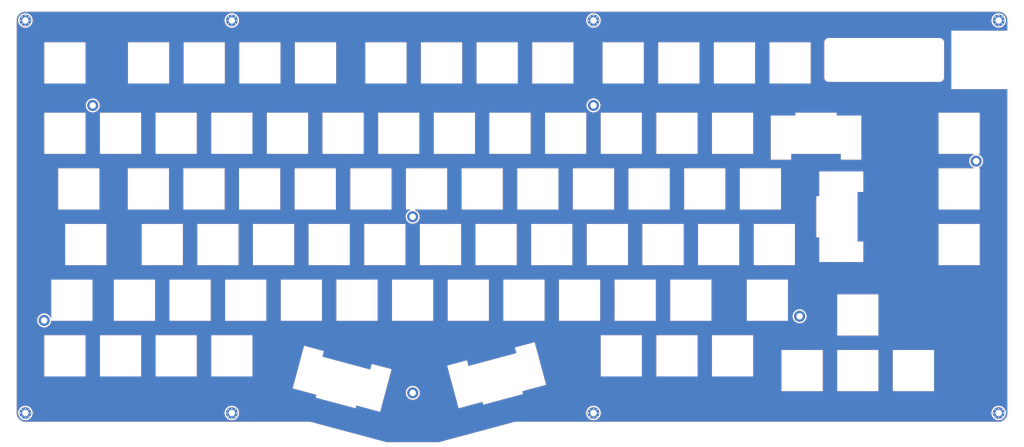
<source format=kicad_pcb>
(kicad_pcb (version 20221018) (generator pcbnew)
  (layers (0 "F.Cu" signal) (31 "B.Cu" signal) (34 "B.Paste" user) (35 "F.Paste" user) (36 "B.SilkS" user "B.Silkscreen") (37 "F.SilkS" user "F.Silkscreen") (38 "B.Mask" user) (39 "F.Mask" user) (44 "Edge.Cuts" user))
  (net 0 "")
  (net 1 "GND")
  (footprint "Keyboard:MountingHole_2.2mm_M2_Pad_Via" (layer "F.Cu") (at 239.5 57.57)
    (fp_text reference "MountBaseTop6" hide)
    (fp_text value "MountingHoleBaseTop1")
    (pad "1" thru_hole circle (at -1.65 0) (size 0.7 0.7) (drill 0.4) (layers "*.Cu" "*.Mask"))
    (pad "1" thru_hole circle (at -1.166726 -1.166726) (size 0.7 0.7) (drill 0.4) (layers "*.Cu" "*.Mask"))
    (pad "1" thru_hole circle (at -1.166726 1.166726) (size 0.7 0.7) (drill 0.4) (layers "*.Cu" "*.Mask"))
    (pad "1" thru_hole circle (at 0 -1.65) (size 0.7 0.7) (drill 0.4) (layers "*.Cu" "*.Mask"))
    (pad "1" thru_hole circle (at 0 0) (size 4 4) (drill 2.2) (layers "*.Cu" "*.Mask"))
    (pad "1" thru_hole circle (at 0 1.65) (size 0.7 0.7) (drill 0.4) (layers "*.Cu" "*.Mask"))
    (pad "1" thru_hole circle (at 1.166726 -1.166726) (size 0.7 0.7) (drill 0.4) (layers "*.Cu" "*.Mask"))
    (pad "1" thru_hole circle (at 1.166726 1.166726) (size 0.7 0.7) (drill 0.4) (layers "*.Cu" "*.Mask"))
    (pad "1" thru_hole circle (at 1.65 0) (size 0.7 0.7) (drill 0.4) (layers "*.Cu" "*.Mask"))
  )
  (footprint "Keyboard:MountingHole_2.2mm_M2_Pad_Via" (layer "F.Cu") (at 115.675 57.57)
    (fp_text reference "MountBaseTop4" hide)
    (fp_text value "MountingHoleBaseTop1")
    (pad "1" thru_hole circle (at -1.65 0) (size 0.7 0.7) (drill 0.4) (layers "*.Cu" "*.Mask"))
    (pad "1" thru_hole circle (at -1.166726 -1.166726) (size 0.7 0.7) (drill 0.4) (layers "*.Cu" "*.Mask"))
    (pad "1" thru_hole circle (at -1.166726 1.166726) (size 0.7 0.7) (drill 0.4) (layers "*.Cu" "*.Mask"))
    (pad "1" thru_hole circle (at 0 -1.65) (size 0.7 0.7) (drill 0.4) (layers "*.Cu" "*.Mask"))
    (pad "1" thru_hole circle (at 0 0) (size 4 4) (drill 2.2) (layers "*.Cu" "*.Mask"))
    (pad "1" thru_hole circle (at 0 1.65) (size 0.7 0.7) (drill 0.4) (layers "*.Cu" "*.Mask"))
    (pad "1" thru_hole circle (at 1.166726 -1.166726) (size 0.7 0.7) (drill 0.4) (layers "*.Cu" "*.Mask"))
    (pad "1" thru_hole circle (at 1.166726 1.166726) (size 0.7 0.7) (drill 0.4) (layers "*.Cu" "*.Mask"))
    (pad "1" thru_hole circle (at 1.65 0) (size 0.7 0.7) (drill 0.4) (layers "*.Cu" "*.Mask"))
  )
  (footprint "Keyboard:MountingHole_2.2mm_M2_Pad" (layer "F.Cu") (at 177.59 124.78)
    (fp_text reference "MountTopMiddle4")
    (fp_text value "MountTopMiddle")
    (pad "1" thru_hole circle (at 0 0) (size 3.8 3.8) (drill 2.2) (layers "*.Cu" "*.Mask"))
  )
  (footprint "Keyboard:MountingHole_2.2mm_M2_Pad" (layer "F.Cu") (at 68.05 86.67)
    (fp_text reference "MountTopMiddle2")
    (fp_text value "MountTopMiddle")
    (pad "1" thru_hole circle (at 0 0) (size 3.8 3.8) (drill 2.2) (layers "*.Cu" "*.Mask"))
  )
  (footprint "Keyboard:MountingHole_2.2mm_M2_Pad_Via" (layer "F.Cu") (at 378.225 191.97)
    (fp_text reference "MountBaseTop7" hide)
    (fp_text value "MountingHoleBaseTop1")
    (pad "1" thru_hole circle (at -1.65 0) (size 0.7 0.7) (drill 0.4) (layers "*.Cu" "*.Mask"))
    (pad "1" thru_hole circle (at -1.166726 -1.166726) (size 0.7 0.7) (drill 0.4) (layers "*.Cu" "*.Mask"))
    (pad "1" thru_hole circle (at -1.166726 1.166726) (size 0.7 0.7) (drill 0.4) (layers "*.Cu" "*.Mask"))
    (pad "1" thru_hole circle (at 0 -1.65) (size 0.7 0.7) (drill 0.4) (layers "*.Cu" "*.Mask"))
    (pad "1" thru_hole circle (at 0 0) (size 4 4) (drill 2.2) (layers "*.Cu" "*.Mask"))
    (pad "1" thru_hole circle (at 0 1.65) (size 0.7 0.7) (drill 0.4) (layers "*.Cu" "*.Mask"))
    (pad "1" thru_hole circle (at 1.166726 -1.166726) (size 0.7 0.7) (drill 0.4) (layers "*.Cu" "*.Mask"))
    (pad "1" thru_hole circle (at 1.166726 1.166726) (size 0.7 0.7) (drill 0.4) (layers "*.Cu" "*.Mask"))
    (pad "1" thru_hole circle (at 1.65 0) (size 0.7 0.7) (drill 0.4) (layers "*.Cu" "*.Mask"))
  )
  (footprint "Keyboard:MountingHole_2.2mm_M2_Pad" (layer "F.Cu") (at 310.06 158.86)
    (fp_text reference "MountTopMiddle5")
    (fp_text value "MountTopMiddle")
    (pad "1" thru_hole circle (at 0 0) (size 3.8 3.8) (drill 2.2) (layers "*.Cu" "*.Mask"))
  )
  (footprint "Keyboard:MountingHole_2.2mm_M2_Pad" (layer "F.Cu") (at 51.43 160.28)
    (fp_text reference "MountTopMiddle1")
    (fp_text value "MountTopMiddle")
    (pad "1" thru_hole circle (at 0 0) (size 3.8 3.8) (drill 2.2) (layers "*.Cu" "*.Mask"))
  )
  (footprint "Keyboard:MountingHole_2.2mm_M2_Pad" (layer "F.Cu") (at 177.62 185.07)
    (fp_text reference "MountTopMiddle3")
    (fp_text value "MountTopMiddle")
    (pad "1" thru_hole circle (at 0 0) (size 3.8 3.8) (drill 2.2) (layers "*.Cu" "*.Mask"))
  )
  (footprint "Keyboard:MountingHole_2.2mm_M2_Pad_Via" (layer "F.Cu") (at 115.675 191.97)
    (fp_text reference "MountBaseTop3" hide)
    (fp_text value "MountingHoleBaseTop1")
    (pad "1" thru_hole circle (at -1.65 0) (size 0.7 0.7) (drill 0.4) (layers "*.Cu" "*.Mask"))
    (pad "1" thru_hole circle (at -1.166726 -1.166726) (size 0.7 0.7) (drill 0.4) (layers "*.Cu" "*.Mask"))
    (pad "1" thru_hole circle (at -1.166726 1.166726) (size 0.7 0.7) (drill 0.4) (layers "*.Cu" "*.Mask"))
    (pad "1" thru_hole circle (at 0 -1.65) (size 0.7 0.7) (drill 0.4) (layers "*.Cu" "*.Mask"))
    (pad "1" thru_hole circle (at 0 0) (size 4 4) (drill 2.2) (layers "*.Cu" "*.Mask"))
    (pad "1" thru_hole circle (at 0 1.65) (size 0.7 0.7) (drill 0.4) (layers "*.Cu" "*.Mask"))
    (pad "1" thru_hole circle (at 1.166726 -1.166726) (size 0.7 0.7) (drill 0.4) (layers "*.Cu" "*.Mask"))
    (pad "1" thru_hole circle (at 1.166726 1.166726) (size 0.7 0.7) (drill 0.4) (layers "*.Cu" "*.Mask"))
    (pad "1" thru_hole circle (at 1.65 0) (size 0.7 0.7) (drill 0.4) (layers "*.Cu" "*.Mask"))
  )
  (footprint "Keyboard:MountingHole_2.2mm_M2_Pad_Via" (layer "F.Cu") (at 45 57.57)
    (fp_text reference "MountBaseTop2" hide)
    (fp_text value "MountingHoleBaseTop1")
    (pad "1" thru_hole circle (at -1.65 0) (size 0.7 0.7) (drill 0.4) (layers "*.Cu" "*.Mask"))
    (pad "1" thru_hole circle (at -1.166726 -1.166726) (size 0.7 0.7) (drill 0.4) (layers "*.Cu" "*.Mask"))
    (pad "1" thru_hole circle (at -1.166726 1.166726) (size 0.7 0.7) (drill 0.4) (layers "*.Cu" "*.Mask"))
    (pad "1" thru_hole circle (at 0 -1.65) (size 0.7 0.7) (drill 0.4) (layers "*.Cu" "*.Mask"))
    (pad "1" thru_hole circle (at 0 0) (size 4 4) (drill 2.2) (layers "*.Cu" "*.Mask"))
    (pad "1" thru_hole circle (at 0 1.65) (size 0.7 0.7) (drill 0.4) (layers "*.Cu" "*.Mask"))
    (pad "1" thru_hole circle (at 1.166726 -1.166726) (size 0.7 0.7) (drill 0.4) (layers "*.Cu" "*.Mask"))
    (pad "1" thru_hole circle (at 1.166726 1.166726) (size 0.7 0.7) (drill 0.4) (layers "*.Cu" "*.Mask"))
    (pad "1" thru_hole circle (at 1.65 0) (size 0.7 0.7) (drill 0.4) (layers "*.Cu" "*.Mask"))
  )
  (footprint "Keyboard:MountingHole_2.2mm_M2_Pad_Via" (layer "F.Cu") (at 378.225 57.57)
    (fp_text reference "MountBaseTop8" hide)
    (fp_text value "MountingHoleBaseTop1")
    (pad "1" thru_hole circle (at -1.65 0) (size 0.7 0.7) (drill 0.4) (layers "*.Cu" "*.Mask"))
    (pad "1" thru_hole circle (at -1.166726 -1.166726) (size 0.7 0.7) (drill 0.4) (layers "*.Cu" "*.Mask"))
    (pad "1" thru_hole circle (at -1.166726 1.166726) (size 0.7 0.7) (drill 0.4) (layers "*.Cu" "*.Mask"))
    (pad "1" thru_hole circle (at 0 -1.65) (size 0.7 0.7) (drill 0.4) (layers "*.Cu" "*.Mask"))
    (pad "1" thru_hole circle (at 0 0) (size 4 4) (drill 2.2) (layers "*.Cu" "*.Mask"))
    (pad "1" thru_hole circle (at 0 1.65) (size 0.7 0.7) (drill 0.4) (layers "*.Cu" "*.Mask"))
    (pad "1" thru_hole circle (at 1.166726 -1.166726) (size 0.7 0.7) (drill 0.4) (layers "*.Cu" "*.Mask"))
    (pad "1" thru_hole circle (at 1.166726 1.166726) (size 0.7 0.7) (drill 0.4) (layers "*.Cu" "*.Mask"))
    (pad "1" thru_hole circle (at 1.65 0) (size 0.7 0.7) (drill 0.4) (layers "*.Cu" "*.Mask"))
  )
  (footprint "Keyboard:MountingHole_2.2mm_M2_Pad_Via" (layer "F.Cu") (at 45 191.97)
    (fp_text reference "MountBaseTop1" hide)
    (fp_text value "MountingHoleBaseTop1")
    (pad "1" thru_hole circle (at -1.65 0) (size 0.7 0.7) (drill 0.4) (layers "*.Cu" "*.Mask"))
    (pad "1" thru_hole circle (at -1.166726 -1.166726) (size 0.7 0.7) (drill 0.4) (layers "*.Cu" "*.Mask"))
    (pad "1" thru_hole circle (at -1.166726 1.166726) (size 0.7 0.7) (drill 0.4) (layers "*.Cu" "*.Mask"))
    (pad "1" thru_hole circle (at 0 -1.65) (size 0.7 0.7) (drill 0.4) (layers "*.Cu" "*.Mask"))
    (pad "1" thru_hole circle (at 0 0) (size 4 4) (drill 2.2) (layers "*.Cu" "*.Mask"))
    (pad "1" thru_hole circle (at 0 1.65) (size 0.7 0.7) (drill 0.4) (layers "*.Cu" "*.Mask"))
    (pad "1" thru_hole circle (at 1.166726 -1.166726) (size 0.7 0.7) (drill 0.4) (layers "*.Cu" "*.Mask"))
    (pad "1" thru_hole circle (at 1.166726 1.166726) (size 0.7 0.7) (drill 0.4) (layers "*.Cu" "*.Mask"))
    (pad "1" thru_hole circle (at 1.65 0) (size 0.7 0.7) (drill 0.4) (layers "*.Cu" "*.Mask"))
  )
  (footprint "Keyboard:MountingHole_2.2mm_M2_Pad" (layer "F.Cu") (at 370.53 105.74)
    (fp_text reference "MountTopMiddle7")
    (fp_text value "MountTopMiddle")
    (pad "1" thru_hole circle (at 0 0) (size 3.8 3.8) (drill 2.2) (layers "*.Cu" "*.Mask"))
  )
  (footprint "Keyboard:MountingHole_2.2mm_M2_Pad" (layer "F.Cu") (at 239.5 86.67)
    (fp_text reference "MountTopMiddle6")
    (fp_text value "MountTopMiddle")
    (pad "1" thru_hole circle (at 0 0) (size 3.8 3.8) (drill 2.2) (layers "*.Cu" "*.Mask"))
  )
  (footprint "Keyboard:MountingHole_2.2mm_M2_Pad_Via" (layer "F.Cu") (at 239.5 191.97)
    (fp_text reference "MountBaseTop5" hide)
    (fp_text value "MountingHoleBaseTop1")
    (pad "1" thru_hole circle (at -1.65 0) (size 0.7 0.7) (drill 0.4) (layers "*.Cu" "*.Mask"))
    (pad "1" thru_hole circle (at -1.166726 -1.166726) (size 0.7 0.7) (drill 0.4) (layers "*.Cu" "*.Mask"))
    (pad "1" thru_hole circle (at -1.166726 1.166726) (size 0.7 0.7) (drill 0.4) (layers "*.Cu" "*.Mask"))
    (pad "1" thru_hole circle (at 0 -1.65) (size 0.7 0.7) (drill 0.4) (layers "*.Cu" "*.Mask"))
    (pad "1" thru_hole circle (at 0 0) (size 4 4) (drill 2.2) (layers "*.Cu" "*.Mask"))
    (pad "1" thru_hole circle (at 0 1.65) (size 0.7 0.7) (drill 0.4) (layers "*.Cu" "*.Mask"))
    (pad "1" thru_hole circle (at 1.166726 -1.166726) (size 0.7 0.7) (drill 0.4) (layers "*.Cu" "*.Mask"))
    (pad "1" thru_hole circle (at 1.166726 1.166726) (size 0.7 0.7) (drill 0.4) (layers "*.Cu" "*.Mask"))
    (pad "1" thru_hole circle (at 1.65 0) (size 0.7 0.7) (drill 0.4) (layers "*.Cu" "*.Mask"))
  )
  (gr_line (start 108.43875 160.4) (end 94.33875 160.4) (stroke (width 0.05)) (layer "Edge.Cuts"))
  (gr_line (start 261.02625 165.35) (end 275.12625 165.35) (stroke (width 0.05)) (layer "Edge.Cuts"))
  (gr_line (start 315.78935 131.8265) (end 316.78935 131.8265) (stroke (width 0.05)) (layer "Edge.Cuts"))
  (gr_line (start 213.111483 171.480291) (end 212.593845 169.54844) (stroke (width 0.05)) (layer "Edge.Cuts"))
  (gr_line (start 141.77625 89.15) (end 141.77625 103.25) (stroke (width 0.05)) (layer "Edge.Cuts"))
  (gr_line (start 294.36375 141.35) (end 294.36375 127.25) (stroke (width 0.05)) (layer "Edge.Cuts"))
  (gr_line (start 291.9825 160.4) (end 291.9825 146.3) (stroke (width 0.05)) (layer "Edge.Cuts"))
  (gr_line (start 65.57625 65.05) (end 65.57625 79.15) (stroke (width 0.05)) (layer "Edge.Cuts"))
  (gr_line (start 357.65125 141.35) (end 357.65125 127.25) (stroke (width 0.05)) (layer "Edge.Cuts"))
  (gr_line (start 189.40125 108.2) (end 189.40125 122.3) (stroke (width 0.05)) (layer "Edge.Cuts"))
  (gr_line (start 132.43875 160.4) (end 132.43875 146.3) (stroke (width 0.05)) (layer "Edge.Cuts"))
  (gr_line (start 189.58875 146.3) (end 203.68875 146.3) (stroke (width 0.05)) (layer "Edge.Cuts"))
  (gr_line (start 208.45125 122.3) (end 194.35125 122.3) (stroke (width 0.05)) (layer "Edge.Cuts"))
  (gr_line (start 108.62625 89.15) (end 122.72625 89.15) (stroke (width 0.05)) (layer "Edge.Cuts"))
  (gr_line (start 189.411625 175.760097) (end 193.319793 190.345577) (stroke (width 0.05)) (layer "Edge.Cuts"))
  (gr_line (start 98.91375 127.25) (end 98.91375 141.35) (stroke (width 0.05)) (layer "Edge.Cuts"))
  (gr_line (start 359.525 65.095) (end 359.525 77.095) (stroke (width 0.05)) (layer "Edge.Cuts"))
  (gr_line (start 94.22625 79.15) (end 80.12625 79.15) (stroke (width 0.05)) (layer "Edge.Cuts"))
  (gr_line (start 80.05125 108.2) (end 94.15125 108.2) (stroke (width 0.05)) (layer "Edge.Cuts"))
  (gr_line (start 337.03875 184.5) (end 322.93875 184.5) (stroke (width 0.05)) (layer "Edge.Cuts"))
  (gr_line (start 194.35125 108.2) (end 208.45125 108.2) (stroke (width 0.05)) (layer "Edge.Cuts"))
  (gr_circle (center 378.225 57.57) (end 379.325 57.57) (stroke (width 0.05)) (fill none) (layer "Edge.Cuts"))
  (gr_line (start 204.901114 173.680253) (end 213.111483 171.480291) (stroke (width 0.05)) (layer "Edge.Cuts"))
  (gr_line (start 203.87625 89.15) (end 217.97625 89.15) (stroke (width 0.05)) (layer "Edge.Cuts"))
  (gr_line (start 160.82625 89.15) (end 160.82625 103.25) (stroke (width 0.05)) (layer "Edge.Cuts"))
  (gr_line (start 137.27625 79.15) (end 137.27625 65.05) (stroke (width 0.05)) (layer "Edge.Cuts"))
  (gr_line (start 331.2 105.245) (end 331.2 90.145) (stroke (width 0.05)) (layer "Edge.Cuts"))
  (gr_line (start 299.77625 79.15) (end 299.77625 65.05) (stroke (width 0.05)) (layer "Edge.Cuts"))
  (gr_line (start 322.75 90.145) (end 331.2 90.145) (stroke (width 0.05)) (layer "Edge.Cuts"))
  (gr_line (start 303.70125 122.3) (end 289.60125 122.3) (stroke (width 0.05)) (layer "Edge.Cuts"))
  (gr_line (start 196.173106 173.948363) (end 196.690744 175.880215) (stroke (width 0.05)) (layer "Edge.Cuts"))
  (gr_line (start 371.75125 122.3) (end 357.65125 122.3) (stroke (width 0.05)) (layer "Edge.Cuts"))
  (gr_line (start 329.88935 124.7765) (end 329.88935 116.2765) (stroke (width 0.05)) (layer "Edge.Cuts"))
  (gr_line (start 175.30125 108.2) (end 189.40125 108.2) (stroke (width 0.05)) (layer "Edge.Cuts"))
  (gr_line (start 337.03875 165.45) (end 322.93875 165.45) (stroke (width 0.05)) (layer "Edge.Cuts"))
  (gr_line (start 142.505203 194.97) (end 168.62924 201.969915) (stroke (width 0.05)) (layer "Edge.Cuts"))
  (gr_line (start 308.65 89.145) (end 322.75 89.145) (stroke (width 0.05)) (layer "Edge.Cuts"))
  (gr_line (start 151.48875 160.4) (end 151.48875 146.3) (stroke (width 0.05)) (layer "Edge.Cuts"))
  (gr_line (start 99.10125 122.3) (end 99.10125 108.2) (stroke (width 0.05)) (layer "Edge.Cuts"))
  (gr_line (start 180.42625 65.05) (end 194.52625 65.05) (stroke (width 0.05)) (layer "Edge.Cuts"))
  (gr_line (start 194.52625 79.15) (end 180.42625 79.15) (stroke (width 0.05)) (layer "Edge.Cuts"))
  (gr_line (start 303.88875 184.5) (end 303.88875 170.4) (stroke (width 0.05)) (layer "Edge.Cuts"))
  (gr_line (start 300.2 90.145) (end 308.65 90.145) (stroke (width 0.05)) (layer "Edge.Cuts"))
  (gr_line (start 146.72625 103.25) (end 146.72625 89.15) (stroke (width 0.05)) (layer "Edge.Cuts"))
  (gr_line (start 294.36375 127.25) (end 308.46375 127.25) (stroke (width 0.05)) (layer "Edge.Cuts"))
  (gr_line (start 213.57625 79.15) (end 199.47625 79.15) (stroke (width 0.05)) (layer "Edge.Cuts"))
  (gr_line (start 218.16375 127.25) (end 232.26375 127.25) (stroke (width 0.05)) (layer "Edge.Cuts"))
  (gr_line (start 175.47625 79.15) (end 161.37625 79.15) (stroke (width 0.05)) (layer "Edge.Cuts"))
  (gr_line (start 237.21375 127.25) (end 251.31375 127.25) (stroke (width 0.05)) (layer "Edge.Cuts"))
  (gr_line (start 122.73125 165.35) (end 122.73125 179.45) (stroke (width 0.05)) (layer "Edge.Cuts"))
  (gr_line (start 208.45125 108.2) (end 208.45125 122.3) (stroke (width 0.05)) (layer "Edge.Cuts"))
  (gr_line (start 99.17625 65.05) (end 113.27625 65.05) (stroke (width 0.05)) (layer "Edge.Cuts"))
  (gr_line (start 294.17625 179.45) (end 280.07625 179.45) (stroke (width 0.05)) (layer "Edge.Cuts"))
  (gr_line (start 51.47625 179.45) (end 51.47625 165.35) (stroke (width 0.05)) (layer "Edge.Cuts"))
  (gr_line (start 80.05125 122.3) (end 80.05125 108.2) (stroke (width 0.05)) (layer "Edge.Cuts"))
  (gr_line (start 275.12625 103.25) (end 261.02625 103.25) (stroke (width 0.05)) (layer "Edge.Cuts"))
  (gr_line (start 108.62625 103.25) (end 108.62625 89.15) (stroke (width 0.05)) (layer "Edge.Cuts"))
  (gr_line (start 199.47625 65.05) (end 213.57625 65.05) (stroke (width 0.05)) (layer "Edge.Cuts"))
  (gr_line (start 118.15125 108.2) (end 132.25125 108.2) (stroke (width 0.05)) (layer "Edge.Cuts"))
  (gr_line (start 103.68125 179.45) (end 89.58125 179.45) (stroke (width 0.05)) (layer "Edge.Cuts"))
  (gr_line (start 65.57625 179.45) (end 51.47625 179.45) (stroke (width 0.05)) (layer "Edge.Cuts"))
  (gr_line (start 175.47625 65.05) (end 175.47625 79.15) (stroke (width 0.05)) (layer "Edge.Cuts"))
  (gr_line (start 84.62625 103.25) (end 70.52625 103.25) (stroke (width 0.05)) (layer "Edge.Cuts"))
  (gr_line (start 103.68125 165.35) (end 103.68125 179.45) (stroke (width 0.05)) (layer "Edge.Cuts"))
  (gr_line (start 306.0825 160.4) (end 291.9825 160.4) (stroke (width 0.05)) (layer "Edge.Cuts"))
  (gr_line (start 284.65125 122.3) (end 270.55125 122.3) (stroke (width 0.05)) (layer "Edge.Cuts"))
  (gr_line (start 163.602115 175.180988) (end 170.363596 176.992722) (stroke (width 0.05)) (layer "Edge.Cuts"))
  (gr_line (start 194.35125 122.3) (end 194.35125 108.2) (stroke (width 0.05)) (layer "Edge.Cuts"))
  (gr_line (start 127.48875 146.3) (end 127.48875 160.4) (stroke (width 0.05)) (layer "Edge.Cuts"))
  (gr_line (start 324.2 105.245) (end 324.2 103.245) (stroke (width 0.05)) (layer "Edge.Cuts"))
  (gr_line (start 208.63875 160.4) (end 208.63875 146.3) (stroke (width 0.05)) (layer "Edge.Cuts"))
  (gr_line (start 170.53875 146.3) (end 184.63875 146.3) (stroke (width 0.05)) (layer "Edge.Cuts"))
  (gr_line (start 80.12625 65.05) (end 94.22625 65.05) (stroke (width 0.05)) (layer "Edge.Cuts"))
  (gr_line (start 165.77625 89.15) (end 179.87625 89.15) (stroke (width 0.05)) (layer "Edge.Cuts"))
  (gr_line (start 194.16375 127.25) (end 194.16375 141.35) (stroke (width 0.05)) (layer "Edge.Cuts"))
  (gr_line (start 122.72625 103.25) (end 108.62625 103.25) (stroke (width 0.05)) (layer "Edge.Cuts"))
  (gr_line (start 146.72625 89.15) (end 160.82625 89.15) (stroke (width 0.05)) (layer "Edge.Cuts"))
  (gr_line (start 256.26375 127.25) (end 270.36375 127.25) (stroke (width 0.05)) (layer "Edge.Cuts"))
  (gr_line (start 371.75125 141.35) (end 357.65125 141.35) (stroke (width 0.05)) (layer "Edge.Cuts"))
  (gr_line (start 232.62625 65.05) (end 232.62625 79.15) (stroke (width 0.05)) (layer "Edge.Cuts"))
  (gr_line (start 289.60125 108.2) (end 303.70125 108.2) (stroke (width 0.05)) (layer "Edge.Cuts"))
  (gr_circle (center 115.675 57.57) (end 116.775 57.57) (stroke (width 0.05)) (fill none) (layer "Edge.Cuts"))
  (gr_line (start 241.97625 89.15) (end 256.07625 89.15) (stroke (width 0.05)) (layer "Edge.Cuts"))
  (gr_arc (start 42 57.57) (mid 42.878679 55.448679) (end 45 54.57) (stroke (width 0.05)) (layer "Edge.Cuts"))
  (gr_line (start 144.416276 186.702928) (end 144.673801 185.741832) (stroke (width 0.05)) (layer "Edge.Cuts"))
  (gr_line (start 58.62 127.25) (end 72.72 127.25) (stroke (width 0.05)) (layer "Edge.Cuts"))
  (gr_line (start 320.025 63.595) (end 358.025 63.595) (stroke (width 0.05)) (layer "Edge.Cuts"))
  (gr_line (start 329.88935 124.7765) (end 329.88935 133.2765) (stroke (width 0.05)) (layer "Edge.Cuts"))
  (gr_line (start 246.55125 108.2) (end 246.55125 122.3) (stroke (width 0.05)) (layer "Edge.Cuts"))
  (gr_line (start 237.02625 103.25) (end 222.92625 103.25) (stroke (width 0.05)) (layer "Edge.Cuts"))
  (gr_line (start 357.65125 127.25) (end 371.75125 127.25) (stroke (width 0.05)) (layer "Edge.Cuts"))
  (gr_line (start 65.57625 89.15) (end 65.57625 103.25) (stroke (width 0.05)) (layer "Edge.Cuts"))
  (gr_line (start 122.91375 141.35) (end 122.91375 127.25) (stroke (width 0.05)) (layer "Edge.Cuts"))
  (gr_line (start 184.63875 146.3) (end 184.63875 160.4) (stroke (width 0.05)) (layer "Edge.Cuts"))
  (gr_line (start 316.78935 140.2765) (end 316.78935 131.8265) (stroke (width 0.05)) (layer "Edge.Cuts"))
  (gr_line (start 357.65125 103.25) (end 357.65125 89.15) (stroke (width 0.05)) (layer "Edge.Cuts"))
  (gr_line (start 313.87625 79.15) (end 299.77625 79.15) (stroke (width 0.05)) (layer "Edge.Cuts"))
  (gr_arc (start 318.525 65.095) (mid 318.96434 64.03434) (end 320.025 63.595) (stroke (width 0.05)) (layer "Edge.Cuts"))
  (gr_line (start 175.30125 122.3) (end 175.30125 108.2) (stroke (width 0.05)) (layer "Edge.Cuts"))
  (gr_line (start 198.92625 103.25) (end 184.82625 103.25) (stroke (width 0.05)) (layer "Edge.Cuts"))
  (gr_line (start 170.35125 108.2) (end 170.35125 122.3) (stroke (width 0.05)) (layer "Edge.Cuts"))
  (gr_arc (start 320.025 78.595) (mid 318.96434 78.15566) (end 318.525 77.095) (stroke (width 0.05)) (layer "Edge.Cuts"))
  (gr_line (start 84.63125 165.35) (end 84.63125 179.45) (stroke (width 0.05)) (layer "Edge.Cuts"))
  (gr_line (start 184.63875 160.4) (end 170.53875 160.4) (stroke (width 0.05)) (layer "Edge.Cuts"))
  (gr_line (start 89.57625 89.15) (end 103.67625 89.15) (stroke (width 0.05)) (layer "Edge.Cuts"))
  (gr_line (start 227.50125 122.3) (end 213.40125 122.3) (stroke (width 0.05)) (layer "Edge.Cuts"))
  (gr_line (start 362.025 81.07) (end 381.225 81.07) (stroke (width 0.05)) (layer "Edge.Cuts"))
  (gr_arc (start 378.225 54.57) (mid 380.346321 55.448679) (end 381.225 57.57) (stroke (width 0.05)) (layer "Edge.Cuts"))
  (gr_line (start 280.07625 103.25) (end 280.07625 89.15) (stroke (width 0.05)) (layer "Edge.Cuts"))
  (gr_line (start 331.88935 116.2765) (end 331.88935 109.2765) (stroke (width 0.05)) (layer "Edge.Cuts"))
  (gr_line (start 270.36375 141.35) (end 256.26375 141.35) (stroke (width 0.05)) (layer "Edge.Cuts"))
  (gr_line (start 261.02625 89.15) (end 275.12625 89.15) (stroke (width 0.05)) (layer "Edge.Cuts"))
  (gr_line (start 179.87625 89.15) (end 179.87625 103.25) (stroke (width 0.05)) (layer "Edge.Cuts"))
  (gr_line (start 232.45125 108.2) (end 246.55125 108.2) (stroke (width 0.05)) (layer "Edge.Cuts"))
  (gr_line (start 122.91375 127.25) (end 137.01375 127.25) (stroke (width 0.05)) (layer "Edge.Cuts"))
  (gr_line (start 146.53875 146.3) (end 146.53875 160.4) (stroke (width 0.05)) (layer "Edge.Cuts"))
  (gr_line (start 108.63125 179.45) (end 108.63125 165.35) (stroke (width 0.05)) (layer "Edge.Cuts"))
  (gr_line (start 158.034536 190.357106) (end 158.293355 189.391181) (stroke (width 0.05)) (layer "Edge.Cuts"))
  (gr_line (start 371.75125 89.15) (end 371.75125 103.25) (stroke (width 0.05)) (layer "Edge.Cuts"))
  (gr_line (start 256.07625 89.15) (end 256.07625 103.25) (stroke (width 0.05)) (layer "Edge.Cuts"))
  (gr_line (start 357.65125 122.3) (end 357.65125 108.2) (stroke (width 0.05)) (layer "Edge.Cuts"))
  (gr_line (start 307.2 105.245) (end 300.2 105.245) (stroke (width 0.05)) (layer "Edge.Cuts"))
  (gr_line (start 303.88875 170.4) (end 317.98875 170.4) (stroke (width 0.05)) (layer "Edge.Cuts"))
  (gr_line (start 161.37625 79.15) (end 161.37625 65.05) (stroke (width 0.05)) (layer "Edge.Cuts"))
  (gr_line (start 371.75125 108.2) (end 371.75125 122.3) (stroke (width 0.05)) (layer "Edge.Cuts"))
  (gr_line (start 317.98875 170.4) (end 317.98875 184.5) (stroke (width 0.05)) (layer "Edge.Cuts"))
  (gr_arc (start 358.025 63.595) (mid 359.08566 64.03434) (end 359.525 65.095) (stroke (width 0.05)) (layer "Edge.Cuts"))
  (gr_line (start 42 191.97) (end 42 57.57) (stroke (width 0.05)) (layer "Edge.Cuts"))
  (gr_line (start 113.38875 146.3) (end 127.48875 146.3) (stroke (width 0.05)) (layer "Edge.Cuts"))
  (gr_line (start 222.73875 146.3) (end 222.73875 160.4) (stroke (width 0.05)) (layer "Edge.Cuts"))
  (gr_line (start 291.9825 146.3) (end 306.0825 146.3) (stroke (width 0.05)) (layer "Edge.Cuts"))
  (gr_line (start 132.32625 65.05) (end 132.32625 79.15) (stroke (width 0.05)) (layer "Edge.Cuts"))
  (gr_line (start 322.75 89.15) (end 322.75 90.145) (stroke (width 0.05)) (layer "Edge.Cuts"))
  (gr_line (start 103.86375 127.25) (end 117.96375 127.25) (stroke (width 0.05)) (layer "Edge.Cuts"))
  (gr_arc (start 45 194.97) (mid 42.878679 194.091321) (end 42 191.97) (stroke (width 0.05)) (layer "Edge.Cuts"))
  (gr_line (start 113.20125 108.2) (end 113.20125 122.3) (stroke (width 0.05)) (layer "Edge.Cuts"))
  (gr_line (start 212.593845 169.54844) (end 219.355326 167.736706) (stroke (width 0.05)) (layer "Edge.Cuts"))
  (gr_line (start 212.669797 194.97) (end 378.225 194.97) (stroke (width 0.05)) (layer "Edge.Cuts"))
  (gr_line (start 213.21375 141.35) (end 199.11375 141.35) (stroke (width 0.05)) (layer "Edge.Cuts"))
  (gr_line (start 237.21375 141.35) (end 237.21375 127.25) (stroke (width 0.05)) (layer "Edge.Cuts"))
  (gr_line (start 118.22625 65.05) (end 132.32625 65.05) (stroke (width 0.05)) (layer "Edge.Cuts"))
  (gr_line (start 108.63125 165.35) (end 122.73125 165.35) (stroke (width 0.05)) (layer "Edge.Cuts"))
  (gr_line (start 279.88875 160.4) (end 265.78875 160.4) (stroke (width 0.05)) (layer "Edge.Cuts"))
  (gr_line (start 241.78875 146.3) (end 241.78875 160.4) (stroke (width 0.05)) (layer "Edge.Cuts"))
  (gr_line (start 180.06375 141.35) (end 180.06375 127.25) (stroke (width 0.05)) (layer "Edge.Cuts"))
  (gr_line (start 65.57625 103.25) (end 51.47625 103.25) (stroke (width 0.05)) (layer "Edge.Cuts"))
  (gr_line (start 165.58875 146.3) (end 165.58875 160.4) (stroke (width 0.05)) (layer "Edge.Cuts"))
  (gr_line (start 217.97625 89.15) (end 217.97625 103.25) (stroke (width 0.05)) (layer "Edge.Cuts"))
  (gr_line (start 256.72625 65.05) (end 256.72625 79.15) (stroke (width 0.05)) (layer "Edge.Cuts"))
  (gr_line (start 141.96375 127.25) (end 156.06375 127.25) (stroke (width 0.05)) (layer "Edge.Cuts"))
  (gr_arc (start 359.525 77.095) (mid 359.08566 78.15566) (end 358.025 78.595) (stroke (width 0.05)) (layer "Edge.Cuts"))
  (gr_line (start 270.55125 122.3) (end 270.55125 108.2) (stroke (width 0.05)) (layer "Edge.Cuts"))
  (gr_line (start 331.88935 109.2765) (end 316.78935 109.2765) (stroke (width 0.05)) (layer "Edge.Cuts"))
  (gr_line (start 337.03875 170.4) (end 337.03875 184.5) (stroke (width 0.05)) (layer "Edge.Cuts"))
  (gr_line (start 67.96 160.4) (end 53.86 160.4) (stroke (width 0.05)) (layer "Edge.Cuts"))
  (gr_line (start 170.35125 122.3) (end 156.25125 122.3) (stroke (width 0.05)) (layer "Edge.Cuts"))
  (gr_line (start 117.96375 127.25) (end 117.96375 141.35) (stroke (width 0.05)) (layer "Edge.Cuts"))
  (gr_line (start 331.88935 140.2765) (end 316.78935 140.2765) (stroke (width 0.05)) (layer "Edge.Cuts"))
  (gr_line (start 113.27625 65.05) (end 113.27625 79.15) (stroke (width 0.05)) (layer "Edge.Cuts"))
  (gr_line (start 218.52625 79.15) (end 218.52625 65.05) (stroke (width 0.05)) (layer "Edge.Cuts"))
  (gr_line (start 275.12625 165.35) (end 275.12625 179.45) (stroke (width 0.05)) (layer "Edge.Cuts"))
  (gr_line (start 315.7 103.245) (end 307.2 103.245) (stroke (width 0.05)) (layer "Edge.Cuts"))
  (gr_line (start 315.79435 117.7265) (end 316.78935 117.7265) (stroke (width 0.05)) (layer "Edge.Cuts"))
  (gr_line (start 232.45125 122.3) (end 232.45125 108.2) (stroke (width 0.05)) (layer "Edge.Cuts"))
  (gr_line (start 362.025 81.07) (end 362.025 61.07) (stroke (width 0.05)) (layer "Edge.Cuts"))
  (gr_line (start 261.67625 79.15) (end 261.67625 65.05) (stroke (width 0.05)) (layer "Edge.Cuts"))
  (gr_line (start 201.739391 189.119652) (end 201.481866 188.158556) (stroke (width 0.05)) (layer "Edge.Cuts"))
  (gr_line (start 289.41375 127.25) (end 289.41375 141.35) (stroke (width 0.05)) (layer "Edge.Cuts"))
  (gr_line (start 303.70125 108.2) (end 303.70125 122.3) (stroke (width 0.05)) (layer "Edge.Cuts"))
  (gr_line (start 215.360239 185.475133) (end 215.10142 184.509207) (stroke (width 0.05)) (layer "Edge.Cuts"))
  (gr_line (start 256.26375 141.35) (end 256.26375 127.25) (stroke (width 0.05)) (layer "Edge.Cuts"))
  (gr_line (start 70.34 122.3) (end 56.24 122.3) (stroke (width 0.05)) (layer "Edge.Cuts"))
  (gr_line (start 280.72625 65.05) (end 294.82625 65.05) (stroke (width 0.05)) (layer "Edge.Cuts"))
  (gr_line (start 184.82625 103.25) (end 184.82625 89.15) (stroke (width 0.05)) (layer "Edge.Cuts"))
  (gr_line (start 331.88935 116.2765) (end 329.88935 116.2765) (stroke (width 0.05)) (layer "Edge.Cuts"))
  (gr_line (start 337.03875 151.35) (end 337.03875 165.45) (stroke (width 0.05)) (layer "Edge.Cuts"))
  (gr_line (start 53.86 160.4) (end 53.86 146.3) (stroke (width 0.05)) (layer "Edge.Cuts"))
  (gr_line (start 362.025 61.07) (end 381.225 61.07) (stroke (width 0.05)) (layer "Edge.Cuts"))
  (gr_line (start 137.20125 122.3) (end 137.20125 108.2) (stroke (width 0.05)) (layer "Edge.Cuts"))
  (gr_line (start 132.32625 79.15) (end 118.22625 79.15) (stroke (width 0.05)) (layer "Edge.Cuts"))
  (gr_line (start 331.88935 133.2765) (end 331.88935 140.2765) (stroke (width 0.05)) (layer "Edge.Cuts"))
  (gr_line (start 108.43875 146.3) (end 108.43875 160.4) (stroke (width 0.05)) (layer "Edge.Cuts"))
  (gr_line (start 341.98875 170.4) (end 356.08875 170.4) (stroke (width 0.05)) (layer "Edge.Cuts"))
  (gr_line (start 203.68875 146.3) (end 203.68875 160.4) (stroke (width 0.05)) (layer "Edge.Cuts"))
  (gr_line (start 241.97625 165.35) (end 256.07625 165.35) (stroke (width 0.05)) (layer "Edge.Cuts"))
  (gr_line (start 213.40125 108.2) (end 227.50125 108.2) (stroke (width 0.05)) (layer "Edge.Cuts"))
  (gr_line (start 156.25125 122.3) (end 156.25125 108.2) (stroke (width 0.05)) (layer "Edge.Cuts"))
  (gr_line (start 151.37625 65.05) (end 151.37625 79.15) (stroke (width 0.05)) (layer "Edge.Cuts"))
  (gr_line (start 256.07625 165.35) (end 256.07625 179.45) (stroke (width 0.05)) (layer "Edge.Cuts"))
  (gr_line (start 357.65125 108.2) (end 371.75125 108.2) (stroke (width 0.05)) (layer "Edge.Cuts"))
  (gr_line (start 308.65 89.145) (end 308.65 90.145) (stroke (width 0.05)) (layer "Edge.Cuts"))
  (gr_line (start 227.50125 108.2) (end 227.50125 122.3) (stroke (width 0.05)) (layer "Edge.Cuts"))
  (gr_line (start 161.37625 65.05) (end 175.47625 65.05) (stroke (width 0.05)) (layer "Edge.Cuts"))
  (gr_line (start 160.82625 103.25) (end 146.72625 103.25) (stroke (width 0.05)) (layer "Edge.Cuts"))
  (gr_line (start 203.87625 103.25) (end 203.87625 89.15) (stroke (width 0.05)) (layer "Edge.Cuts"))
  (gr_line (start 261.67625 65.05) (end 275.77625 65.05) (stroke (width 0.05)) (layer "Edge.Cuts"))
  (gr_line (start 98.91375 141.35) (end 84.81375 141.35) (stroke (width 0.05)) (layer "Edge.Cuts"))
  (gr_line (start 70.34 108.2) (end 70.34 122.3) (stroke (width 0.05)) (layer "Edge.Cuts"))
  (gr_line (start 218.52625 65.05) (end 232.62625 65.05) (stroke (width 0.05)) (layer "Edge.Cuts"))
  (gr_line (start 70.53125 179.45) (end 70.53125 165.35) (stroke (width 0.05)) (layer "Edge.Cuts"))
  (gr_line (start 137.01375 141.35) (end 122.91375 141.35) (stroke (width 0.05)) (layer "Edge.Cuts"))
  (gr_line (start 118.22625 79.15) (end 118.22625 65.05) (stroke (width 0.05)) (layer "Edge.Cuts"))
  (gr_line (start 198.92625 89.15) (end 198.92625 103.25) (stroke (width 0.05)) (layer "Edge.Cuts"))
  (gr_line (start 194.52625 65.05) (end 194.52625 79.15) (stroke (width 0.05)) (layer "Edge.Cuts"))
  (gr_line (start 113.20125 122.3) (end 99.10125 122.3) (stroke (width 0.05)) (layer "Edge.Cuts"))
  (gr_line (start 72.72 127.25) (end 72.72 141.35) (stroke (width 0.05)) (layer "Edge.Cuts"))
  (gr_line (start 137.20125 108.2) (end 151.30125 108.2) (stroke (width 0.05)) (layer "Edge.Cuts"))
  (gr_line (start 284.65125 108.2) (end 284.65125 122.3) (stroke (width 0.05)) (layer "Edge.Cuts"))
  (gr_line (start 132.25125 108.2) (end 132.25125 122.3) (stroke (width 0.05)) (layer "Edge.Cuts"))
  (gr_line (start 103.86375 141.35) (end 103.86375 127.25) (stroke (width 0.05)) (layer "Edge.Cuts"))
  (gr_line (start 84.81375 127.25) (end 98.91375 127.25) (stroke (width 0.05)) (layer "Edge.Cuts"))
  (gr_line (start 94.15125 108.2) (end 94.15125 122.3) (stroke (width 0.05)) (layer "Edge.Cuts"))
  (gr_line (start 175.11375 127.25) (end 175.11375 141.35) (stroke (width 0.05)) (layer "Edge.Cuts"))
  (gr_line (start 122.73125 179.45) (end 108.63125 179.45) (stroke (width 0.05)) (layer "Edge.Cuts"))
  (gr_circle (center 239.5 191.97) (end 240.6 191.97) (stroke (width 0.05)) (fill none) (layer "Edge.Cuts"))
  (gr_line (start 246.73875 146.3) (end 260.83875 146.3) (stroke (width 0.05)) (layer "Edge.Cuts"))
  (gr_line (start 306.0825 146.3) (end 306.0825 160.4) (stroke (width 0.05)) (layer "Edge.Cuts"))
  (gr_line (start 251.31375 141.35) (end 237.21375 141.35) (stroke (width 0.05)) (layer "Edge.Cuts"))
  (gr_line (start 294.17625 165.35) (end 294.17625 179.45) (stroke (width 0.05)) (layer "Edge.Cuts"))
  (gr_line (start 300.2 105.245) (end 300.2 90.145) (stroke (width 0.05)) (layer "Edge.Cuts"))
  (gr_line (start 179.87625 103.25) (end 165.77625 103.25) (stroke (width 0.05)) (layer "Edge.Cuts"))
  (gr_line (start 275.12625 179.45) (end 261.02625 179.45) (stroke (width 0.05)) (layer "Edge.Cuts"))
  (gr_line (start 151.48875 146.3) (end 165.58875 146.3) (stroke (width 0.05)) (layer "Edge.Cuts"))
  (gr_line (start 75.28875 160.4) (end 75.28875 146.3) (stroke (width 0.05)) (layer "Edge.Cuts"))
  (gr_line (start 154.874108 174.912878) (end 163.084477 177.11284) (stroke (width 0.05)) (layer "Edge.Cuts"))
  (gr_line (start 289.41375 141.35) (end 275.31375 141.35) (stroke (width 0.05)) (layer "Edge.Cuts"))
  (gr_line (start 213.21375 127.25) (end 213.21375 141.35) (stroke (width 0.05)) (layer "Edge.Cuts"))
  (gr_line (start 56.24 108.2) (end 70.34 108.2) (stroke (width 0.05)) (layer "Edge.Cuts"))
  (gr_line (start 256.07625 103.25) (end 241.97625 103.25) (stroke (width 0.05)) (layer "Edge.Cuts"))
  (gr_line (start 261.02625 103.25) (end 261.02625 89.15) (stroke (width 0.05)) (layer "Edge.Cuts"))
  (gr_line (start 219.355326 167.736706) (end 223.263494 182.322186) (stroke (width 0.05)) (layer "Edge.Cuts"))
  (gr_line (start 142.505203 194.97) (end 45 194.97) (stroke (width 0.05)) (layer "Edge.Cuts"))
  (gr_circle (center 378.225 191.97) (end 379.325 191.97) (stroke (width 0.05)) (fill none) (layer "Edge.Cuts"))
  (gr_line (start 137.01375 127.25) (end 137.01375 141.35) (stroke (width 0.05)) (layer "Edge.Cuts"))
  (gr_line (start 94.33875 160.4) (end 94.33875 146.3) (stroke (width 0.05)) (layer "Edge.Cuts"))
  (gr_line (start 218.16375 141.35) (end 218.16375 127.25) (stroke (width 0.05)) (layer "Edge.Cuts"))
  (gr_line (start 371.75125 103.25) (end 357.65125 103.25) (stroke (width 0.05)) (layer "Edge.Cuts"))
  (gr_line (start 189.40125 122.3) (end 175.30125 122.3) (stroke (width 0.05)) (layer "Edge.Cuts"))
  (gr_line (start 299.77625 65.05) (end 313.87625 65.05) (stroke (width 0.05)) (layer "Edge.Cuts"))
  (gr_line (start 144.673801 185.741832) (end 136.511728 183.554811) (stroke (width 0.05)) (layer "Edge.Cuts"))
  (gr_line (start 67.96 146.3) (end 67.96 160.4) (stroke (width 0.05)) (layer "Edge.Cuts"))
  (gr_line (start 56.24 122.3) (end 56.24 108.2) (stroke (width 0.05)) (layer "Edge.Cuts"))
  (gr_line (start 322.93875 151.35) (end 337.03875 151.35) (stroke (width 0.05)) (layer "Edge.Cuts"))
  (gr_line (start 308.46375 127.25) (end 308.46375 141.35) (stroke (width 0.05)) (layer "Edge.Cuts"))
  (gr_line (start 222.73875 160.4) (end 208.63875 160.4) (stroke (width 0.05)) (layer "Edge.Cuts"))
  (gr_line (start 217.97625 103.25) (end 203.87625 103.25) (stroke (width 0.05)) (layer "Edge.Cuts"))
  (gr_line (start 315.7 103.245) (end 324.2 103.245) (stroke (width 0.05)) (layer "Edge.Cuts"))
  (gr_line (start 232.26375 127.25) (end 232.26375 141.35) (stroke (width 0.05)) (layer "Edge.Cuts"))
  (gr_line (start 280.07625 179.45) (end 280.07625 165.35) (stroke (width 0.05)) (layer "Edge.Cuts"))
  (gr_line (start 265.60125 108.2) (end 265.60125 122.3) (stroke (width 0.05)) (layer "Edge.Cuts"))
  (gr_line (start 51.47625 65.05) (end 65.57625 65.05) (stroke (width 0.05)) (layer "Edge.Cuts"))
  (gr_line (start 313.87625 65.05) (end 313.87625 79.15) (stroke (width 0.05)) (layer "Edge.Cuts"))
  (gr_line (start 80.12625 79.15) (end 80.12625 65.05) (stroke (width 0.05)) (layer "Edge.Cuts"))
  (gr_line (start 127.48875 160.4) (end 113.38875 160.4) (stroke (width 0.05)) (layer "Edge.Cuts"))
  (gr_line (start 156.25125 108.2) (end 170.35125 108.2) (stroke (width 0.05)) (layer "Edge.Cuts"))
  (gr_line (start 215.360239 185.475133) (end 201.740685 189.124481) (stroke (width 0.05)) (layer "Edge.Cuts"))
  (gr_line (start 163.084477 177.11284) (end 163.602115 175.180988) (stroke (width 0.05)) (layer "Edge.Cuts"))
  (gr_line (start 170.363596 176.992722) (end 166.455429 191.578202) (stroke (width 0.05)) (layer "Edge.Cuts"))
  (gr_line (start 165.58875 160.4) (end 151.48875 160.4) (stroke (width 0.05)) (layer "Edge.Cuts"))
  (gr_line (start 275.12625 89.15) (end 275.12625 103.25) (stroke (width 0.05)) (layer "Edge.Cuts"))
  (gr_line (start 208.63875 146.3) (end 222.73875 146.3) (stroke (width 0.05)) (layer "Edge.Cuts"))
  (gr_line (start 203.68875 160.4) (end 189.58875 160.4) (stroke (width 0.05)) (layer "Edge.Cuts"))
  (gr_line (start 227.68875 160.4) (end 227.68875 146.3) (stroke (width 0.05)) (layer "Edge.Cuts"))
  (gr_line (start 58.62 141.35) (end 58.62 127.25) (stroke (width 0.05)) (layer "Edge.Cuts"))
  (gr_line (start 166.455429 191.578202) (end 158.293355 189.391181) (stroke (width 0.05)) (layer "Edge.Cuts"))
  (gr_line (start 316.78935 117.7265) (end 316.78935 109.2765) (stroke (width 0.05)) (layer "Edge.Cuts"))
  (gr_line (start 89.38875 146.3) (end 89.38875 160.4) (stroke (width 0.05)) (layer "Edge.Cuts"))
  (gr_line (start 381.225 61.07) (end 381.225 57.57) (stroke (width 0.05)) (layer "Edge.Cuts"))
  (gr_line (start 322.93875 165.45) (end 322.93875 151.35) (stroke (width 0.05)) (layer "Edge.Cuts"))
  (gr_line (start 294.82625 79.15) (end 280.72625 79.15) (stroke (width 0.05)) (layer "Edge.Cuts"))
  (gr_arc (start 381.225 191.97) (mid 380.346321 194.091321) (end 378.225 194.97) (stroke (width 0.05)) (layer "Edge.Cuts"))
  (gr_circle (center 45 191.97) (end 46.1 191.97) (stroke (width 0.05)) (fill none) (layer "Edge.Cuts"))
  (gr_line (start 141.96375 141.35) (end 141.96375 127.25) (stroke (width 0.05)) (layer "Edge.Cuts"))
  (gr_line (start 289.60125 122.3) (end 289.60125 108.2) (stroke (width 0.05)) (layer "Edge.Cuts"))
  (gr_line (start 246.55125 122.3) (end 232.45125 122.3) (stroke (width 0.05)) (layer "Edge.Cuts"))
  (gr_line (start 53.86 146.3) (end 67.96 146.3) (stroke (width 0.05)) (layer "Edge.Cuts"))
  (gr_line (start 317.98875 184.5) (end 303.88875 184.5) (stroke (width 0.05)) (layer "Edge.Cuts"))
  (gr_line (start 156.06375 141.35) (end 141.96375 141.35) (stroke (width 0.05)) (layer "Edge.Cuts"))
  (gr_line (start 51.47625 165.35) (end 65.57625 165.35) (stroke (width 0.05)) (layer "Edge.Cuts"))
  (gr_line (start 156.06375 127.25) (end 156.06375 141.35) (stroke (width 0.05)) (layer "Edge.Cuts"))
  (gr_circle (center 115.675 191.97) (end 116.775 191.97) (stroke (width 0.05)) (fill none) (layer "Edge.Cuts"))
  (gr_line (start 84.63125 179.45) (end 70.53125 179.45) (stroke (width 0.05)) (layer "Edge.Cuts"))
  (gr_line (start 260.83875 146.3) (end 260.83875 160.4) (stroke (width 0.05)) (layer "Edge.Cuts"))
  (gr_line (start 227.68875 146.3) (end 241.78875 146.3) (stroke (width 0.05)) (layer "Edge.Cuts"))
  (gr_line (start 251.50125 122.3) (end 251.50125 108.2) (stroke (width 0.05)) (layer "Edge.Cuts"))
  (gr_line (start 84.81375 141.35) (end 84.81375 127.25) (stroke (width 0.05)) (layer "Edge.Cuts"))
  (gr_line (start 294.82625 65.05) (end 294.82625 79.15) (stroke (width 0.05)) (layer "Edge.Cuts"))
  (gr_line (start 357.65125 89.15) (end 371.75125 89.15) (stroke (width 0.05)) (layer "Edge.Cuts"))
  (gr_line (start 180.42625 79.15) (end 180.42625 65.05) (stroke (width 0.05)) (layer "Edge.Cuts"))
  (gr_line (start 194.16375 141.35) (end 180.06375 141.35) (stroke (width 0.05)) (layer "Edge.Cuts"))
  (gr_line (start 199.47625 79.15) (end 199.47625 65.05) (stroke (width 0.05)) (layer "Edge.Cuts"))
  (gr_line (start 261.02625 179.45) (end 261.02625 165.35) (stroke (width 0.05)) (layer "Edge.Cuts"))
  (gr_line (start 242.62625 79.15) (end 242.62625 65.05) (stroke (width 0.05)) (layer "Edge.Cuts"))
  (gr_line (start 222.92625 89.15) (end 237.02625 89.15) (stroke (width 0.05)) (layer "Edge.Cuts"))
  (gr_line (start 265.78875 160.4) (end 265.78875 146.3) (stroke (width 0.05)) (layer "Edge.Cuts"))
  (gr_circle (center 45 57.57) (end 46.1 57.57) (stroke (width 0.05)) (fill none) (layer "Edge.Cuts"))
  (gr_line (start 103.67625 89.15) (end 103.67625 103.25) (stroke (width 0.05)) (layer "Edge.Cuts"))
  (gr_line (start 189.58875 160.4) (end 189.58875 146.3) (stroke (width 0.05)) (layer "Edge.Cuts"))
  (gr_line (start 89.58125 165.35) (end 103.68125 165.35) (stroke (width 0.05)) (layer "Edge.Cuts"))
  (gr_line (start 51.47625 89.15) (end 65.57625 89.15) (stroke (width 0.05)) (layer "Edge.Cuts"))
  (gr_line (start 161.01375 141.35) (end 161.01375 127.25) (stroke (width 0.05)) (layer "Edge.Cuts"))
  (gr_line (start 329.88935 133.2765) (end 331.88935 133.2765) (stroke (width 0.05)) (layer "Edge.Cuts"))
  (gr_line (start 137.27625 65.05) (end 151.37625 65.05) (stroke (width 0.05)) (layer "Edge.Cuts"))
  (gr_line (start 151.37625 79.15) (end 137.27625 79.15) (stroke (width 0.05)) (layer "Edge.Cuts"))
  (gr_line (start 265.78875 146.3) (end 279.88875 146.3) (stroke (width 0.05)) (layer "Edge.Cuts"))
  (gr_line (start 256.07625 179.45) (end 241.97625 179.45) (stroke (width 0.05)) (layer "Edge.Cuts"))
  (gr_line (start 151.30125 108.2) (end 151.30125 122.3) (stroke (width 0.05)) (layer "Edge.Cuts"))
  (gr_line (start 232.62625 79.15) (end 218.52625 79.15) (stroke (width 0.05)) (layer "Edge.Cuts"))
  (gr_line (start 75.28875 146.3) (end 89.38875 146.3) (stroke (width 0.05)) (layer "Edge.Cuts"))
  (gr_line (start 232.26375 141.35) (end 218.16375 141.35) (stroke (width 0.05)) (layer "Edge.Cuts"))
  (gr_line (start 165.77625 103.25) (end 165.77625 89.15) (stroke (width 0.05)) (layer "Edge.Cuts"))
  (gr_line (start 65.57625 79.15) (end 51.47625 79.15) (stroke (width 0.05)) (layer "Edge.Cuts"))
  (gr_line (start 180.06375 127.25) (end 194.16375 127.25) (stroke (width 0.05)) (layer "Edge.Cuts"))
  (gr_line (start 270.36375 127.25) (end 270.36375 141.35) (stroke (width 0.05)) (layer "Edge.Cuts"))
  (gr_line (start 99.17625 79.15) (end 99.17625 65.05) (stroke (width 0.05)) (layer "Edge.Cuts"))
  (gr_line (start 356.08875 184.5) (end 341.98875 184.5) (stroke (width 0.05)) (layer "Edge.Cuts"))
  (gr_line (start 280.07625 165.35) (end 294.17625 165.35) (stroke (width 0.05)) (layer "Edge.Cuts"))
  (gr_line (start 251.31375 127.25) (end 251.31375 141.35) (stroke (width 0.05)) (layer "Edge.Cuts"))
  (gr_line (start 132.25125 122.3) (end 118.15125 122.3) (stroke (width 0.05)) (layer "Edge.Cuts"))
  (gr_line (start 341.98875 184.5) (end 341.98875 170.4) (stroke (width 0.05)) (layer "Edge.Cuts"))
  (gr_line (start 89.38875 160.4) (end 75.28875 160.4) (stroke (width 0.05)) (layer "Edge.Cuts"))
  (gr_line (start 186.54576 201.969915) (end 212.669797 194.97) (stroke (width 0.05)) (layer "Edge.Cuts"))
  (gr_line (start 294.17625 103.25) (end 280.07625 103.25) (stroke (width 0.05)) (layer "Edge.Cuts"))
  (gr_line (start 265.60125 122.3) (end 251.50125 122.3) (stroke (width 0.05)) (layer "Edge.Cuts"))
  (gr_line (start 241.97625 103.25) (end 241.97625 89.15) (stroke (width 0.05)) (layer "Edge.Cuts"))
  (gr_line (start 294.17625 89.15) (end 294.17625 103.25) (stroke (width 0.05)) (layer "Edge.Cuts"))
  (gr_line (start 275.77625 65.05) (end 275.77625 79.15) (stroke (width 0.05)) (layer "Edge.Cuts"))
  (gr_line (start 89.58125 179.45) (end 89.58125 165.35) (stroke (width 0.05)) (layer "Edge.Cuts"))
  (gr_line (start 251.50125 108.2) (end 265.60125 108.2) (stroke (width 0.05)) (layer "Edge.Cuts"))
  (gr_line (start 256.72625 79.15) (end 242.62625 79.15) (stroke (width 0.05)) (layer "Edge.Cuts"))
  (gr_line (start 161.01375 127.25) (end 175.11375 127.25) (stroke (width 0.05)) (layer "Edge.Cuts"))
  (gr_line (start 140.419896 168.969331) (end 136.511728 183.554811) (stroke (width 0.05)) (layer "Edge.Cuts"))
  (gr_line (start 117.96375 141.35) (end 103.86375 141.35) (stroke (width 0.05)) (layer "Edge.Cuts"))
  (gr_line (start 103.67625 103.25) (end 89.57625 103.25) (stroke (width 0.05)) (layer "Edge.Cuts"))
  (gr_line (start 356.08875 170.4) (end 356.08875 184.5) (stroke (width 0.05)) (layer "Edge.Cuts"))
  (gr_line (start 222.92625 103.25) (end 222.92625 89.15) (stroke (width 0.05)) (layer "Edge.Cuts"))
  (gr_line (start 241.78875 160.4) (end 227.68875 160.4) (stroke (width 0.05)) (layer "Edge.Cuts"))
  (gr_line (start 371.75125 127.25) (end 371.75125 141.35) (stroke (width 0.05)) (layer "Edge.Cuts"))
  (gr_line (start 381.225 191.97) (end 381.225 81.07) (stroke (width 0.05)) (layer "Edge.Cuts"))
  (gr_line (start 127.67625 103.25) (end 127.67625 89.15) (stroke (width 0.05)) (layer "Edge.Cuts"))
  (gr_line (start 127.67625 89.15) (end 141.77625 89.15) (stroke (width 0.05)) (layer "Edge.Cuts"))
  (gr_line (start 158.034536 190.357106) (end 144.414982 186.707758) (stroke (width 0.05)) (layer "Edge.Cuts"))
  (gr_circle (center 239.5 57.57) (end 240.6 57.57) (stroke (width 0.05)) (fill none) (layer "Edge.Cuts"))
  (gr_line (start 322.93875 184.5) (end 322.93875 170.4) (stroke (width 0.05)) (layer "Edge.Cuts"))
  (gr_line (start 89.57625 103.25) (end 89.57625 89.15) (stroke (width 0.05)) (layer "Edge.Cuts"))
  (gr_line (start 280.72625 79.15) (end 280.72625 65.05) (stroke (width 0.05)) (layer "Edge.Cuts"))
  (gr_line (start 199.11375 127.25) (end 213.21375 127.25) (stroke (width 0.05)) (layer "Edge.Cuts"))
  (gr_line (start 315.78935 131.8265) (end 315.78935 117.7265) (stroke (width 0.05)) (layer "Edge.Cuts"))
  (gr_line (start 99.10125 108.2) (end 113.20125 108.2) (stroke (width 0.05)) (layer "Edge.Cuts"))
  (gr_line (start 213.40125 122.3) (end 213.40125 108.2) (stroke (width 0.05)) (layer "Edge.Cuts"))
  (gr_line (start 199.11375 141.35) (end 199.11375 127.25) (stroke (width 0.05)) (layer "Edge.Cuts"))
  (gr_line (start 201.481866 188.158556) (end 193.319793 190.345577) (stroke (width 0.05)) (layer "Edge.Cuts"))
  (gr_line (start 322.93875 170.4) (end 337.03875 170.4) (stroke (width 0.05)) (layer "Edge.Cuts"))
  (gr_line (start 307.2 103.245) (end 307.2 105.245) (stroke (width 0.05)) (layer "Edge.Cuts"))
  (gr_line (start 70.52625 103.25) (end 70.52625 89.15) (stroke (width 0.05)) (layer "Edge.Cuts"))
  (gr_line (start 242.62625 65.05) (end 256.72625 65.05) (stroke (width 0.05)) (layer "Edge.Cuts"))
  (gr_line (start 324.2 105.245) (end 331.2 105.245) (stroke (width 0.05)) (layer "Edge.Cuts"))
  (gr_line (start 213.57625 65.05) (end 213.57625 79.15) (stroke (width 0.05)) (layer "Edge.Cuts"))
  (gr_line (start 280.07625 89.15) (end 294.17625 89.15) (stroke (width 0.05)) (layer "Edge.Cuts"))
  (gr_line (start 70.52625 89.15) (end 84.62625 89.15) (stroke (width 0.05)) (layer "Edge.Cuts"))
  (gr_line (start 45 54.57) (end 378.225 54.57) (stroke (width 0.05)) (layer "Edge.Cuts"))
  (gr_line (start 72.72 141.35) (end 58.62 141.35) (stroke (width 0.05)) (layer "Edge.Cuts"))
  (gr_line (start 84.62625 89.15) (end 84.62625 103.25) (stroke (width 0.05)) (layer "Edge.Cuts"))
  (gr_line (start 141.77625 103.25) (end 127.67625 103.25) (stroke (width 0.05)) (layer "Edge.Cuts"))
  (gr_line (start 196.173106 173.948363) (end 189.411625 175.760097) (stroke (width 0.05)) (layer "Edge.Cuts"))
  (gr_line (start 241.97625 179.45) (end 241.97625 165.35) (stroke (width 0.05)) (layer "Edge.Cuts"))
  (gr_line (start 270.55125 108.2) (end 284.65125 108.2) (stroke (width 0.05)) (layer "Edge.Cuts"))
  (gr_line (start 147.181376 170.781065) (end 140.419896 168.969331) (stroke (width 0.05)) (layer "Edge.Cuts"))
  (gr_line (start 318.525 77.095) (end 318.525 65.095) (stroke (width 0.05)) (layer "Edge.Cuts"))
  (gr_line (start 175.11375 141.35) (end 161.01375 141.35) (stroke (width 0.05)) (layer "Edge.Cuts"))
  (gr_line (start 275.31375 141.35) (end 275.31375 127.25) (stroke (width 0.05)) (layer "Edge.Cuts"))
  (gr_line (start 113.38875 160.4) (end 113.38875 146.3) (stroke (width 0.05)) (layer "Edge.Cuts"))
  (gr_line (start 260.83875 160.4) (end 246.73875 160.4) (stroke (width 0.05)) (layer "Edge.Cuts"))
  (gr_line (start 308.46375 141.35) (end 294.36375 141.35) (stroke (width 0.05)) (layer "Edge.Cuts"))
  (gr_line (start 237.02625 89.15) (end 237.02625 103.25) (stroke (width 0.05)) (layer "Edge.Cuts"))
  (gr_line (start 51.47625 79.15) (end 51.47625 65.05) (stroke (width 0.05)) (layer "Edge.Cuts"))
  (gr_line (start 154.874108 174.912878) (end 146.663738 172.712916) (stroke (width 0.05)) (layer "Edge.Cuts"))
  (gr_line (start 170.53875 160.4) (end 170.53875 146.3) (stroke (width 0.05)) (layer "Edge.Cuts"))
  (gr_line (start 146.53875 160.4) (end 132.43875 160.4) (stroke (width 0.05)) (layer "Edge.Cuts"))
  (gr_line (start 246.73875 160.4) (end 246.73875 146.3) (stroke (width 0.05)) (layer "Edge.Cuts"))
  (gr_line (start 51.47625 103.25) (end 51.47625 89.15) (stroke (width 0.05)) (layer "Edge.Cuts"))
  (gr_line (start 132.43875 146.3) (end 146.53875 146.3) (stroke (width 0.05)) (layer "Edge.Cuts"))
  (gr_line (start 168.62924 201.969915) (end 186.54576 201.969915) (stroke (width 0.05)) (layer "Edge.Cuts"))
  (gr_line (start 275.77625 79.15) (end 261.67625 79.15) (stroke (width 0.05)) (layer "Edge.Cuts"))
  (gr_line (start 204.901114 173.680253) (end 196.690744 175.880215) (stroke (width 0.05)) (layer "Edge.Cuts"))
  (gr_line (start 279.88875 146.3) (end 279.88875 160.4) (stroke (width 0.05)) (layer "Edge.Cuts"))
  (gr_line (start 70.53125 165.35) (end 84.63125 165.35) (stroke (width 0.05)) (layer "Edge.Cuts"))
  (gr_line (start 94.15125 122.3) (end 80.05125 122.3) (stroke (width 0.05)) (layer "Edge.Cuts"))
  (gr_line (start 94.33875 146.3) (end 108.43875 146.3) (stroke (width 0.05)) (layer "Edge.Cuts"))
  (gr_line (start 223.263494 182.322186) (end 215.10142 184.509207) (stroke (width 0.05)) (layer "Edge.Cuts"))
  (gr_line (start 94.22625 65.05) (end 94.22625 79.15) (stroke (width 0.05)) (layer "Edge.Cuts"))
  (gr_line (start 118.15125 122.3) (end 118.15125 108.2) (stroke (width 0.05)) (layer "Edge.Cuts"))
  (gr_line (start 65.57625 165.35) (end 65.57625 179.45) (stroke (width 0.05)) (layer "Edge.Cuts"))
  (gr_line (start 275.31375 127.25) (end 289.41375 127.25) (stroke (width 0.05)) (layer "Edge.Cuts"))
  (gr_line (start 147.181376 170.781065) (end 146.663738 172.712916) (stroke (width 0.05)) (layer "Edge.Cuts"))
  (gr_line (start 358.025 78.595) (end 320.025 78.595) (stroke (width 0.05)) (layer "Edge.Cuts"))
  (gr_line (start 151.30125 122.3) (end 137.20125 122.3) (stroke (width 0.05)) (layer "Edge.Cuts"))
  (gr_line (start 184.82625 89.15) (end 198.92625 89.15) (stroke (width 0.05)) (layer "Edge.Cuts"))
  (gr_line (start 122.72625 89.15) (end 122.72625 103.25) (stroke (width 0.05)) (layer "Edge.Cuts"))
  (gr_line (start 113.27625 79.15) (end 99.17625 79.15) (stroke (width 0.05)) (layer "Edge.Cuts"))
  (zone (net 1) (net_name "GND") (layer "F.Cu") (connect_pads (clearance 0.508)) (min_thickness 0.254) (fill yes (thermal_gap 0.508) (thermal_bridge_width 0.508))
    (polygon (pts (xy 386.19 202.57) (xy 41 203.57) (xy 41 50.57) (xy 385.77 51.22)))
  )
  (zone (net 1) (net_name "GND") (layer "B.Cu") (connect_pads (clearance 0.508)) (min_thickness 0.254) (fill yes (thermal_gap 0.508) (thermal_bridge_width 0.508))
    (polygon (pts (xy 386.13564 202.57) (xy 41 203.57) (xy 41 50.57) (xy 385.71564 51.284351)))
  )
)
</source>
